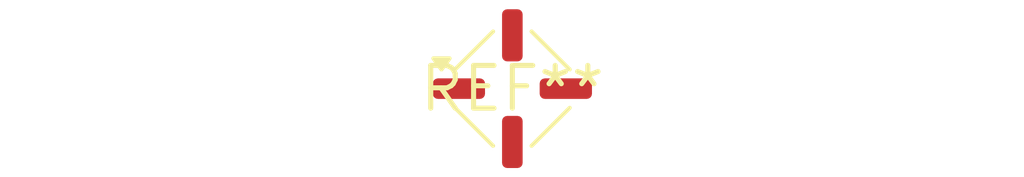
<source format=kicad_pcb>
(kicad_pcb (version 20240108) (generator pcbnew)
  (layers (0 "F.Cu" signal) (31 "B.Cu" signal) (34 "B.Paste" user) (35 "F.Paste" user) (36 "B.SilkS" user "B.Silkscreen") (37 "F.SilkS" user "F.Silkscreen") (38 "B.Mask" user) (39 "F.Mask" user) (44 "Edge.Cuts" user))
  (net 0 "")
  (footprint "Mini-Circuits_FG873-4_3x3mm" (layer "F.Cu") (at 0 0)
    (property "Reference" "REF**")
    (property "Value" "Mini-Circuits_FG873-4_3x3mm")
    (fp_line (start -1.7 -0.57) (end -0.57 -1.7) (layer "F.SilkS") (stroke (width 0.12)))
    (fp_line (start -0.57 1.7) (end -1.7 0.57) (layer "F.SilkS") (stroke (width 0.12)))
    (fp_line (start 0.57 1.7) (end 1.7 0.57) (layer "F.SilkS") (stroke (width 0.12)))
    (fp_line (start 1.7 -0.57) (end 0.57 -1.7) (layer "F.SilkS") (stroke (width 0.12)))
    (fp_poly (pts (xy -2.1 -0.57) (xy -2.34 -0.9) (xy -1.86 -0.9) (xy -2.1 -0.57)) (layer "F.SilkS") (stroke (width 0.12)) (fill solid))
    (pad "1" smd roundrect (at -1.585 0) (size 1.55 0.61) (layers "F.Cu" "F.Paste" "F.Mask"))
    (pad "2" smd roundrect (at 0 1.585) (size 0.61 1.55) (layers "F.Cu" "F.Paste" "F.Mask"))
    (pad "3" smd roundrect (at 1.585 0) (size 1.55 0.61) (layers "F.Cu" "F.Paste" "F.Mask"))
    (pad "4" smd roundrect (at 0 -1.585) (size 0.61 1.55) (layers "F.Cu" "F.Paste" "F.Mask"))
  )
)
</source>
